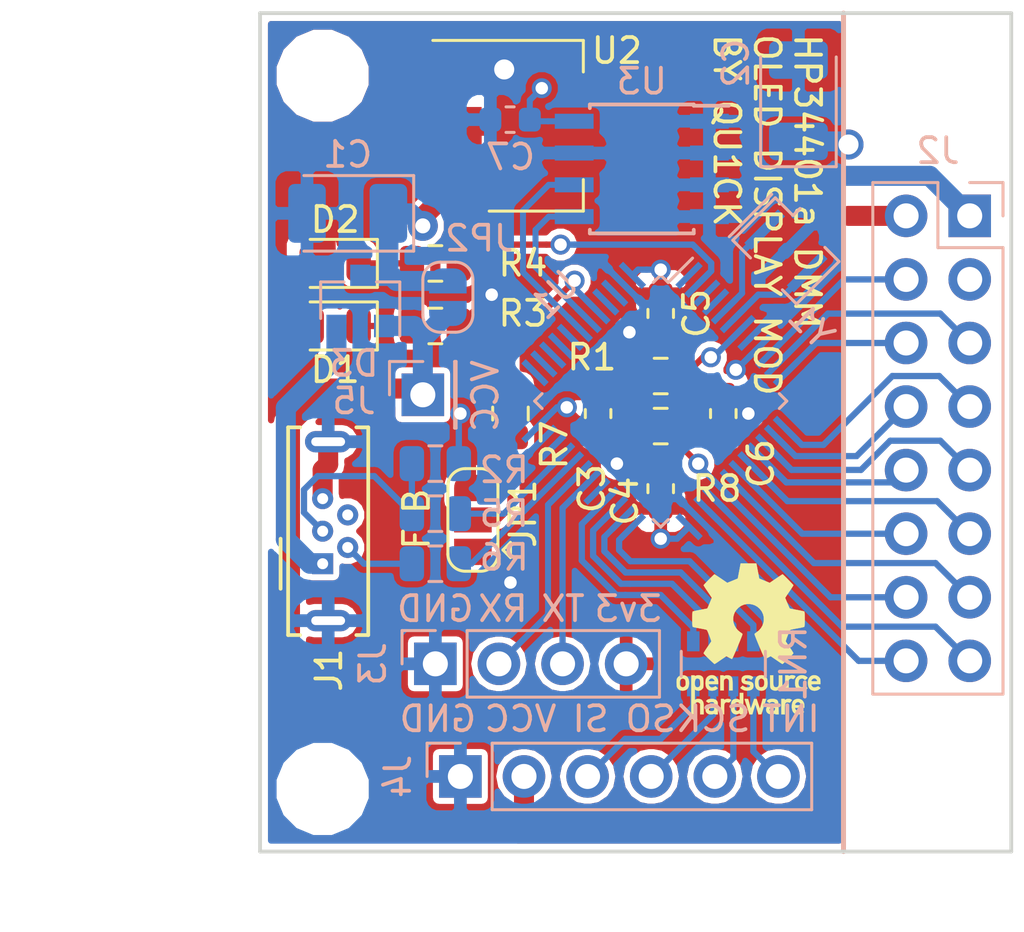
<source format=kicad_pcb>
(kicad_pcb (version 20171130) (host pcbnew "(5.0.0-rc3-dev-1-g99413bd05)")
  (title_block (title "HP34401a DMM OLED mod") (rev A) (company OpenScopeProject))
  (layers (0 F.Cu signal) (31 B.Cu signal) (34 B.Paste user hide) (35 F.Paste user hide) (36 B.SilkS user) (37 F.SilkS user) (38 B.Mask user) (39 F.Mask user) (44 Edge.Cuts user))
  (net 0 "")
  (net 1 GND)
  (net 2 +3V3)
  (net 3 "Net-(D1-Pad1)")
  (net 4 "Net-(D2-Pad1)")
  (net 5 VBUS)
  (net 6 +12V)
  (net 7 "Net-(J1-Pad2)")
  (net 8 "Net-(J1-Pad3)")
  (net 9 /DB0)
  (net 10 /DB1)
  (net 11 /DB2)
  (net 12 /DB3)
  (net 13 /DB4)
  (net 14 /DB5)
  (net 15 /DB6)
  (net 16 /DB7)
  (net 17 /RD)
  (net 18 /WR)
  (net 19 /Reset)
  (net 20 /CS)
  (net 21 /USART_RX)
  (net 22 /USART_TX)
  (net 23 /SPI_INT)
  (net 24 /SPI_SCK)
  (net 25 /SPI_MISO)
  (net 26 /SPI_MOSI)
  (net 27 "Net-(JP1-Pad2)")
  (net 28 "Net-(R1-Pad2)")
  (net 29 /PC13)
  (net 30 /USBDP)
  (net 31 /USBDN)
  (net 32 /BOOT0)
  (net 33 /BOOT1)
  (net 34 "Net-(U1-Pad5)")
  (net 35 "Net-(U1-Pad6)")
  (net 36 /Vin)
  (net 37 "Net-(RN1-Pad7)")
  (net 38 "Net-(RN1-Pad8)")
  (net 39 "Net-(RN1-Pad6)")
  (net 40 "Net-(RN1-Pad5)")
  (net 41 /SCL)
  (net 42 /SDA)
  (module Connector_PinHeader_2.54mm:PinHeader_1x04_P2.54mm_Vertical (layer B.Cu) (at 57 66 270)
    (fp_text reference J3 (at 0 2.5 270) (layer B.SilkS) (effects (justify mirror)))
    (fp_text value UART)
    (pad 4 thru_hole oval (at 0 -7.62 270) (size 1.7 1.7) (drill 1) (layers *.Cu *.Mask) (net 2 +3V3))
    (pad 3 thru_hole oval (at 0 -5.08 270) (size 1.7 1.7) (drill 1) (layers *.Cu *.Mask) (net 22 /USART_TX))
    (pad 2 thru_hole oval (at 0 -2.54 270) (size 1.7 1.7) (drill 1) (layers *.Cu *.Mask) (net 21 /USART_RX))
    (pad 1 thru_hole rect (at 0 0 270) (size 1.7 1.7) (drill 1) (layers *.Cu *.Mask) (net 1 GND))
  )
  (module Connector_PinHeader_2.54mm:PinHeader_1x06_P2.54mm_Vertical (layer B.Cu) (at 58 70.5 270)
    (fp_text reference J4 (at 0 2.5 270) (layer B.SilkS) (effects (justify mirror)))
    (fp_text value FP)
    (pad 6 thru_hole oval (at 0 -12.7 270) (size 1.7 1.7) (drill 1) (layers *.Cu *.Mask) (net 23 /SPI_INT))
    (pad 5 thru_hole oval (at 0 -10.16 270) (size 1.7 1.7) (drill 1) (layers *.Cu *.Mask) (net 24 /SPI_SCK))
    (pad 4 thru_hole oval (at 0 -7.62 270) (size 1.7 1.7) (drill 1) (layers *.Cu *.Mask) (net 25 /SPI_MISO))
    (pad 3 thru_hole oval (at 0 -5.08 270) (size 1.7 1.7) (drill 1) (layers *.Cu *.Mask) (net 26 /SPI_MOSI))
    (pad 2 thru_hole oval (at 0 -2.54 270) (size 1.7 1.7) (drill 1) (layers *.Cu *.Mask) (net 6 +12V))
    (pad 1 thru_hole rect (at 0 0 270) (size 1.7 1.7) (drill 1) (layers *.Cu *.Mask) (net 1 GND))
  )
  (module Connector_PinHeader_2.54mm:PinHeader_2x08_P2.54mm_Vertical (layer B.Cu) (at 78.34 48.1 180)
    (fp_text reference J2 (at 1.27 2.6 180) (layer B.SilkS) (effects (justify mirror)))
    (fp_text value DISPLAY)
    (pad 16 thru_hole oval (at 2.54 -17.78 180) (size 1.7 1.7) (drill 1) (layers *.Cu *.Mask) (net 20 /CS))
    (pad 15 thru_hole oval (at 0 -17.78 180) (size 1.7 1.7) (drill 1) (layers *.Cu *.Mask) (net 19 /Reset))
    (pad 14 thru_hole oval (at 2.54 -15.24 180) (size 1.7 1.7) (drill 1) (layers *.Cu *.Mask) (net 33 /BOOT1))
    (pad 13 thru_hole oval (at 0 -15.24 180) (size 1.7 1.7) (drill 1) (layers *.Cu *.Mask) (net 18 /WR))
    (pad 12 thru_hole oval (at 2.54 -12.7 180) (size 1.7 1.7) (drill 1) (layers *.Cu *.Mask) (net 17 /RD))
    (pad 11 thru_hole oval (at 0 -12.7 180) (size 1.7 1.7) (drill 1) (layers *.Cu *.Mask) (net 16 /DB7))
    (pad 10 thru_hole oval (at 2.54 -10.16 180) (size 1.7 1.7) (drill 1) (layers *.Cu *.Mask) (net 15 /DB6))
    (pad 9 thru_hole oval (at 0 -10.16 180) (size 1.7 1.7) (drill 1) (layers *.Cu *.Mask) (net 14 /DB5))
    (pad 8 thru_hole oval (at 2.54 -7.62 180) (size 1.7 1.7) (drill 1) (layers *.Cu *.Mask) (net 13 /DB4))
    (pad 7 thru_hole oval (at 0 -7.62 180) (size 1.7 1.7) (drill 1) (layers *.Cu *.Mask) (net 12 /DB3))
    (pad 6 thru_hole oval (at 2.54 -5.08 180) (size 1.7 1.7) (drill 1) (layers *.Cu *.Mask) (net 11 /DB2))
    (pad 5 thru_hole oval (at 0 -5.08 180) (size 1.7 1.7) (drill 1) (layers *.Cu *.Mask) (net 10 /DB1))
    (pad 4 thru_hole oval (at 2.54 -2.54 180) (size 1.7 1.7) (drill 1) (layers *.Cu *.Mask) (net 9 /DB0))
    (pad 3 thru_hole oval (at 0 -2.54 180) (size 1.7 1.7) (drill 1) (layers *.Cu *.Mask))
    (pad 2 thru_hole oval (at 2.54 0 180) (size 1.7 1.7) (drill 1) (layers *.Cu *.Mask) (net 2 +3V3))
    (pad 1 thru_hole rect (at 0 0 180) (size 1.7 1.7) (drill 1) (layers *.Cu *.Mask) (net 1 GND))
  )
  (module Connector_USB:USB_Micro-B_Wuerth_614105150721_Vertical (layer F.Cu) (at 52.5 62 90)
    (fp_text reference J1 (at -4.25 0.25 90) (layer F.SilkS))
    (fp_text value USB_B_Micro)
    (pad 6 thru_hole oval (at 4.875 0.22 90) (size 0.85 1.85) (drill oval 0.35 1.35) (layers *.Cu *.Mask) (net 1 GND))
    (pad 6 thru_hole oval (at -2.275 0.22 90) (size 0.85 1.85) (drill oval 0.35 1.35) (layers *.Cu *.Mask) (net 1 GND))
    (pad 5 thru_hole circle (at 2.6 0 90) (size 0.84 0.84) (drill 0.44) (layers *.Cu *.Mask) (net 1 GND))
    (pad 4 thru_hole circle (at 1.95 1 90) (size 0.84 0.84) (drill 0.44) (layers *.Cu *.Mask))
    (pad 3 thru_hole circle (at 1.3 0 90) (size 0.84 0.84) (drill 0.44) (layers *.Cu *.Mask) (net 8 "Net-(J1-Pad3)"))
    (pad 2 thru_hole circle (at 0.65 1 90) (size 0.84 0.84) (drill 0.44) (layers *.Cu *.Mask) (net 7 "Net-(J1-Pad2)"))
    (pad 1 thru_hole rect (at 0 0 90) (size 0.84 0.84) (drill 0.44) (layers *.Cu *.Mask) (net 5 VBUS))
  )
  (module Capacitor_SMD:C_0603_1608Metric (layer F.Cu) (at 63.5 56 270)
    (fp_text reference C3 (at 3 0.25 270) (layer F.SilkS))
    (fp_text value 0.1uF)
    (pad 1 smd roundrect (at -0.7875 0 270) (size 0.875 0.95) (layers F.Cu F.Paste F.Mask) (net 2 +3V3))
    (pad 2 smd roundrect (at 0.7875 0 270) (size 0.875 0.95) (layers F.Cu F.Paste F.Mask) (net 1 GND))
  )
  (module Capacitor_SMD:C_0603_1608Metric (layer F.Cu) (at 66 59 90)
    (fp_text reference C4 (at -0.5 -1.43 90) (layer F.SilkS))
    (fp_text value 0.1uF)
    (pad 2 smd roundrect (at 0.7875 0 90) (size 0.875 0.95) (layers F.Cu F.Paste F.Mask) (net 1 GND))
    (pad 1 smd roundrect (at -0.7875 0 90) (size 0.875 0.95) (layers F.Cu F.Paste F.Mask) (net 2 +3V3))
  )
  (module Capacitor_SMD:C_0603_1608Metric (layer F.Cu) (at 66 52 270)
    (fp_text reference C5 (at 0 -1.43 270) (layer F.SilkS))
    (fp_text value 0.1uF)
    (pad 1 smd roundrect (at -0.7875 0 270) (size 0.875 0.95) (layers F.Cu F.Paste F.Mask) (net 2 +3V3))
    (pad 2 smd roundrect (at 0.7875 0 270) (size 0.875 0.95) (layers F.Cu F.Paste F.Mask) (net 1 GND))
  )
  (module Capacitor_SMD:C_0603_1608Metric (layer F.Cu) (at 68.5 56 270)
    (fp_text reference C6 (at 2 -1.5 270) (layer F.SilkS))
    (fp_text value 0.1uF)
    (pad 2 smd roundrect (at 0.7875 0 270) (size 0.875 0.95) (layers F.Cu F.Paste F.Mask) (net 1 GND))
    (pad 1 smd roundrect (at -0.7875 0 270) (size 0.875 0.95) (layers F.Cu F.Paste F.Mask) (net 2 +3V3))
  )
  (module LED_SMD:LED_0805_2012Metric (layer F.Cu) (at 53 52.5 180)
    (fp_text reference D1 (at 0 -1.75 180) (layer F.SilkS))
    (fp_text value PWR)
    (pad 2 smd roundrect (at 0.9375 0 180) (size 0.975 1.4) (layers F.Cu F.Paste F.Mask) (net 2 +3V3))
    (pad 1 smd roundrect (at -0.9375 0 180) (size 0.975 1.4) (layers F.Cu F.Paste F.Mask) (net 3 "Net-(D1-Pad1)"))
  )
  (module LED_SMD:LED_0805_2012Metric (layer F.Cu) (at 53 50 180)
    (fp_text reference D2 (at 0 1.75 180) (layer F.SilkS))
    (fp_text value STATUS)
    (pad 1 smd roundrect (at -0.9375 0 180) (size 0.975 1.4) (layers F.Cu F.Paste F.Mask) (net 4 "Net-(D2-Pad1)"))
    (pad 2 smd roundrect (at 0.9375 0 180) (size 0.975 1.4) (layers F.Cu F.Paste F.Mask) (net 2 +3V3))
  )
  (module Package_TO_SOT_SMD:SOT-23 (layer B.Cu) (at 54 51.5 90)
    (fp_text reference D3 (at -2.5 -0.25 180) (layer B.SilkS) (effects (justify mirror)))
    (fp_text value BAT54C)
    (pad 1 smd rect (at -1 0.95 90) (size 0.9 0.8) (layers B.Cu B.Paste B.Mask) (net 6 +12V))
    (pad 2 smd rect (at -1 -0.95 90) (size 0.9 0.8) (layers B.Cu B.Paste B.Mask) (net 5 VBUS))
    (pad 3 smd rect (at 1 0 90) (size 0.9 0.8) (layers B.Cu B.Paste B.Mask) (net 36 /Vin))
  )
  (module Jumper:SolderJumper-3_P1.3mm_Open_RoundedPad1.0x1.5mm (layer F.Cu) (at 58.5 60.25 90)
    (fp_text reference JP1 (at 0.25 2 90) (layer F.SilkS))
    (fp_text value BOOT)
    (pad 1 smd custom (at -1.3 0 90) (size 1 0.5) (layers F.Cu F.Mask) (net 1 GND) (options (clearance outline) (anchor rect)) (primitives (gr_circle (center 0 0.25) (end 0.5 0.25) (width 0)) (gr_circle (center 0 -0.25) (end 0.5 -0.25) (width 0)) (gr_poly (pts (xy 0.55 -0.75) (xy 0 -0.75) (xy 0 0.75) (xy 0.55 0.75)) (width 0))))
    (pad 3 smd custom (at 1.3 0 90) (size 1 0.5) (layers F.Cu F.Mask) (net 2 +3V3) (options (clearance outline) (anchor rect)) (primitives (gr_circle (center 0 0.25) (end 0.5 0.25) (width 0)) (gr_circle (center 0 -0.25) (end 0.5 -0.25) (width 0)) (gr_poly (pts (xy -0.55 -0.75) (xy 0 -0.75) (xy 0 0.75) (xy -0.55 0.75)) (width 0))))
    (pad 2 smd rect (at 0 0 90) (size 1 1.5) (layers F.Cu F.Mask) (net 27 "Net-(JP1-Pad2)"))
  )
  (module Jumper:SolderJumper-2_P1.3mm_Open_RoundedPad1.0x1.5mm (layer B.Cu) (at 57.5 51.35 90)
    (fp_text reference JP2 (at 2.35 1.25 180) (layer B.SilkS) (effects (justify mirror)))
    (fp_text value "NO DIODE")
    (pad 1 smd custom (at -0.65 0 90) (size 1 0.5) (layers B.Cu B.Mask) (net 6 +12V) (options (clearance outline) (anchor rect)) (primitives (gr_circle (center 0 -0.25) (end 0.5 -0.25) (width 0)) (gr_circle (center 0 0.25) (end 0.5 0.25) (width 0)) (gr_poly (pts (xy 0 0.75) (xy 0.5 0.75) (xy 0.5 -0.75) (xy 0 -0.75)) (width 0))))
    (pad 2 smd custom (at 0.65 0 90) (size 1 0.5) (layers B.Cu B.Mask) (net 36 /Vin) (options (clearance outline) (anchor rect)) (primitives (gr_circle (center 0 -0.25) (end 0.5 -0.25) (width 0)) (gr_circle (center 0 0.25) (end 0.5 0.25) (width 0)) (gr_poly (pts (xy 0 0.75) (xy -0.5 0.75) (xy -0.5 -0.75) (xy 0 -0.75)) (width 0))))
  )
  (module Resistor_SMD:R_0805_2012Metric (layer F.Cu) (at 66 54.5)
    (fp_text reference R1 (at -2.75 -0.75) (layer F.SilkS))
    (fp_text value 100k)
    (pad 2 smd roundrect (at 0.9375 0) (size 0.975 1.4) (layers F.Cu F.Paste F.Mask) (net 28 "Net-(R1-Pad2)"))
    (pad 1 smd roundrect (at -0.9375 0) (size 0.975 1.4) (layers F.Cu F.Paste F.Mask) (net 2 +3V3))
  )
  (module Resistor_SMD:R_0805_2012Metric (layer B.Cu) (at 57 58)
    (fp_text reference R2 (at 2.75 0.25) (layer B.SilkS) (effects (justify mirror)))
    (fp_text value 1K5)
    (pad 1 smd roundrect (at -0.9375 0) (size 0.975 1.4) (layers B.Cu B.Paste B.Mask) (net 8 "Net-(J1-Pad3)"))
    (pad 2 smd roundrect (at 0.9375 0) (size 0.975 1.4) (layers B.Cu B.Paste B.Mask) (net 2 +3V3))
  )
  (module Resistor_SMD:R_0805_2012Metric (layer F.Cu) (at 57 52.5)
    (fp_text reference R3 (at 3.5 -0.5) (layer F.SilkS))
    (fp_text value 1K)
    (pad 1 smd roundrect (at -0.9375 0) (size 0.975 1.4) (layers F.Cu F.Paste F.Mask) (net 3 "Net-(D1-Pad1)"))
    (pad 2 smd roundrect (at 0.9375 0) (size 0.975 1.4) (layers F.Cu F.Paste F.Mask) (net 1 GND))
  )
  (module Resistor_SMD:R_0805_2012Metric (layer F.Cu) (at 57 50)
    (fp_text reference R4 (at 3.5 0) (layer F.SilkS))
    (fp_text value 1K)
    (pad 1 smd roundrect (at -0.9375 0) (size 0.975 1.4) (layers F.Cu F.Paste F.Mask) (net 4 "Net-(D2-Pad1)"))
    (pad 2 smd roundrect (at 0.9375 0) (size 0.975 1.4) (layers F.Cu F.Paste F.Mask) (net 29 /PC13))
  )
  (module Resistor_SMD:R_0805_2012Metric (layer B.Cu) (at 57 60 180)
    (fp_text reference R5 (at -2.75 0 180) (layer B.SilkS) (effects (justify mirror)))
    (fp_text value 22R)
    (pad 2 smd roundrect (at 0.9375 0 180) (size 0.975 1.4) (layers B.Cu B.Paste B.Mask) (net 8 "Net-(J1-Pad3)"))
    (pad 1 smd roundrect (at -0.9375 0 180) (size 0.975 1.4) (layers B.Cu B.Paste B.Mask) (net 30 /USBDP))
  )
  (module Resistor_SMD:R_0805_2012Metric (layer B.Cu) (at 57 62 180)
    (fp_text reference R6 (at -2.75 0.25 180) (layer B.SilkS) (effects (justify mirror)))
    (fp_text value 22R)
    (pad 2 smd roundrect (at 0.9375 0 180) (size 0.975 1.4) (layers B.Cu B.Paste B.Mask) (net 7 "Net-(J1-Pad2)"))
    (pad 1 smd roundrect (at -0.9375 0 180) (size 0.975 1.4) (layers B.Cu B.Paste B.Mask) (net 31 /USBDN))
  )
  (module Resistor_SMD:R_0805_2012Metric (layer F.Cu) (at 60 56 90)
    (fp_text reference R7 (at -1.25 1.75 90) (layer F.SilkS))
    (fp_text value 100k)
    (pad 1 smd roundrect (at -0.9375 0 90) (size 0.975 1.4) (layers F.Cu F.Paste F.Mask) (net 27 "Net-(JP1-Pad2)"))
    (pad 2 smd roundrect (at 0.9375 0 90) (size 0.975 1.4) (layers F.Cu F.Paste F.Mask) (net 32 /BOOT0))
  )
  (module Resistor_SMD:R_0805_2012Metric (layer F.Cu) (at 66 56.5)
    (fp_text reference R8 (at 2.25 2.5) (layer F.SilkS))
    (fp_text value 100k)
    (pad 2 smd roundrect (at 0.9375 0) (size 0.975 1.4) (layers F.Cu F.Paste F.Mask) (net 33 /BOOT1))
    (pad 1 smd roundrect (at -0.9375 0) (size 0.975 1.4) (layers F.Cu F.Paste F.Mask) (net 1 GND))
  )
  (module Package_QFP:LQFP-48_7x7mm_P0.5mm (layer B.Cu) (at 66 55.5 225)
    (fp_text reference U1 (at 0 6 225) (layer B.SilkS) (effects (justify mirror)))
    (fp_text value STM32F103C8Tx)
    (pad 1 smd rect (at -4.35 2.75 225) (size 1.3 0.25) (layers B.Cu B.Paste B.Mask))
    (pad 2 smd rect (at -4.35 2.25 225) (size 1.3 0.25) (layers B.Cu B.Paste B.Mask) (net 29 /PC13))
    (pad 3 smd rect (at -4.35 1.749999 225) (size 1.3 0.25) (layers B.Cu B.Paste B.Mask))
    (pad 4 smd rect (at -4.35 1.25 225) (size 1.3 0.25) (layers B.Cu B.Paste B.Mask))
    (pad 5 smd rect (at -4.35 0.750001 225) (size 1.3 0.25) (layers B.Cu B.Paste B.Mask) (net 34 "Net-(U1-Pad5)"))
    (pad 6 smd rect (at -4.35 0.25 225) (size 1.3 0.25) (layers B.Cu B.Paste B.Mask) (net 35 "Net-(U1-Pad6)"))
    (pad 7 smd rect (at -4.35 -0.25 225) (size 1.3 0.25) (layers B.Cu B.Paste B.Mask) (net 28 "Net-(R1-Pad2)"))
    (pad 8 smd rect (at -4.35 -0.750001 225) (size 1.3 0.25) (layers B.Cu B.Paste B.Mask) (net 1 GND))
    (pad 9 smd rect (at -4.35 -1.25 225) (size 1.3 0.25) (layers B.Cu B.Paste B.Mask) (net 2 +3V3))
    (pad 10 smd rect (at -4.35 -1.749999 225) (size 1.3 0.25) (layers B.Cu B.Paste B.Mask) (net 9 /DB0))
    (pad 11 smd rect (at -4.35 -2.25 225) (size 1.3 0.25) (layers B.Cu B.Paste B.Mask) (net 10 /DB1))
    (pad 12 smd rect (at -4.35 -2.75 225) (size 1.3 0.25) (layers B.Cu B.Paste B.Mask) (net 11 /DB2))
    (pad 13 smd rect (at -2.75 -4.35 135) (size 1.3 0.25) (layers B.Cu B.Paste B.Mask) (net 12 /DB3))
    (pad 14 smd rect (at -2.25 -4.35 135) (size 1.3 0.25) (layers B.Cu B.Paste B.Mask) (net 13 /DB4))
    (pad 15 smd rect (at -1.749999 -4.35 135) (size 1.3 0.25) (layers B.Cu B.Paste B.Mask) (net 14 /DB5))
    (pad 16 smd rect (at -1.25 -4.35 135) (size 1.3 0.25) (layers B.Cu B.Paste B.Mask) (net 15 /DB6))
    (pad 17 smd rect (at -0.750001 -4.35 135) (size 1.3 0.25) (layers B.Cu B.Paste B.Mask) (net 16 /DB7))
    (pad 18 smd rect (at -0.25 -4.35 135) (size 1.3 0.25) (layers B.Cu B.Paste B.Mask) (net 17 /RD))
    (pad 19 smd rect (at 0.25 -4.35 135) (size 1.3 0.25) (layers B.Cu B.Paste B.Mask) (net 18 /WR))
    (pad 20 smd rect (at 0.750001 -4.35 135) (size 1.3 0.25) (layers B.Cu B.Paste B.Mask) (net 33 /BOOT1))
    (pad 21 smd rect (at 1.25 -4.35 135) (size 1.3 0.25) (layers B.Cu B.Paste B.Mask) (net 19 /Reset))
    (pad 22 smd rect (at 1.749999 -4.35 135) (size 1.3 0.25) (layers B.Cu B.Paste B.Mask) (net 20 /CS))
    (pad 23 smd rect (at 2.25 -4.35 135) (size 1.3 0.25) (layers B.Cu B.Paste B.Mask) (net 1 GND))
    (pad 24 smd rect (at 2.75 -4.35 135) (size 1.3 0.25) (layers B.Cu B.Paste B.Mask) (net 2 +3V3))
    (pad 25 smd rect (at 4.35 -2.75 225) (size 1.3 0.25) (layers B.Cu B.Paste B.Mask) (net 38 "Net-(RN1-Pad8)"))
    (pad 26 smd rect (at 4.35 -2.25 225) (size 1.3 0.25) (layers B.Cu B.Paste B.Mask) (net 37 "Net-(RN1-Pad7)"))
    (pad 27 smd rect (at 4.35 -1.749999 225) (size 1.3 0.25) (layers B.Cu B.Paste B.Mask) (net 39 "Net-(RN1-Pad6)"))
    (pad 28 smd rect (at 4.35 -1.25 225) (size 1.3 0.25) (layers B.Cu B.Paste B.Mask) (net 40 "Net-(RN1-Pad5)"))
    (pad 29 smd rect (at 4.35 -0.750001 225) (size 1.3 0.25) (layers B.Cu B.Paste B.Mask))
    (pad 30 smd rect (at 4.35 -0.25 225) (size 1.3 0.25) (layers B.Cu B.Paste B.Mask) (net 22 /USART_TX))
    (pad 31 smd rect (at 4.35 0.25 225) (size 1.3 0.25) (layers B.Cu B.Paste B.Mask) (net 21 /USART_RX))
    (pad 32 smd rect (at 4.35 0.750001 225) (size 1.3 0.25) (layers B.Cu B.Paste B.Mask) (net 31 /USBDN))
    (pad 33 smd rect (at 4.35 1.25 225) (size 1.3 0.25) (layers B.Cu B.Paste B.Mask) (net 30 /USBDP))
    (pad 34 smd rect (at 4.35 1.749999 225) (size 1.3 0.25) (layers B.Cu B.Paste B.Mask))
    (pad 35 smd rect (at 4.35 2.25 225) (size 1.3 0.25) (layers B.Cu B.Paste B.Mask) (net 1 GND))
    (pad 36 smd rect (at 4.35 2.75 225) (size 1.3 0.25) (layers B.Cu B.Paste B.Mask) (net 2 +3V3))
    (pad 37 smd rect (at 2.75 4.35 135) (size 1.3 0.25) (layers B.Cu B.Paste B.Mask))
    (pad 38 smd rect (at 2.25 4.35 135) (size 1.3 0.25) (layers B.Cu B.Paste B.Mask))
    (pad 39 smd rect (at 1.749999 4.35 135) (size 1.3 0.25) (layers B.Cu B.Paste B.Mask))
    (pad 40 smd rect (at 1.25 4.35 135) (size 1.3 0.25) (layers B.Cu B.Paste B.Mask))
    (pad 41 smd rect (at 0.750001 4.35 135) (size 1.3 0.25) (layers B.Cu B.Paste B.Mask))
    (pad 42 smd rect (at 0.25 4.35 135) (size 1.3 0.25) (layers B.Cu B.Paste B.Mask) (net 41 /SCL))
    (pad 43 smd rect (at -0.25 4.35 135) (size 1.3 0.25) (layers B.Cu B.Paste B.Mask) (net 42 /SDA))
    (pad 44 smd rect (at -0.750001 4.35 135) (size 1.3 0.25) (layers B.Cu B.Paste B.Mask) (net 32 /BOOT0))
    (pad 45 smd rect (at -1.25 4.35 135) (size 1.3 0.25) (layers B.Cu B.Paste B.Mask))
    (pad 46 smd rect (at -1.749999 4.35 135) (size 1.3 0.25) (layers B.Cu B.Paste B.Mask))
    (pad 47 smd rect (at -2.25 4.35 135) (size 1.3 0.25) (layers B.Cu B.Paste B.Mask) (net 1 GND))
    (pad 48 smd rect (at -2.75 4.35 135) (size 1.3 0.25) (layers B.Cu B.Paste B.Mask) (net 2 +3V3))
  )
  (module Package_TO_SOT_SMD:SOT-223-3_TabPin2 (layer F.Cu) (at 61 44.5)
    (fp_text reference U2 (at 3.25 -3) (layer F.SilkS))
    (fp_text value LM1117-3.3)
    (pad 2 smd rect (at 3.15 0) (size 2 3.8) (layers F.Cu F.Paste F.Mask) (net 2 +3V3))
    (pad 2 smd rect (at -3.15 0) (size 2 1.5) (layers F.Cu F.Paste F.Mask) (net 2 +3V3))
    (pad 3 smd rect (at -3.15 2.3) (size 2 1.5) (layers F.Cu F.Paste F.Mask) (net 36 /Vin))
    (pad 1 smd rect (at -3.15 -2.3) (size 2 1.5) (layers F.Cu F.Paste F.Mask) (net 1 GND))
  )
  (module Crystal:Resonator_SMD_muRata_CSTxExxV-3Pin_3.0x1.1mm (layer B.Cu) (at 71 49.5 315)
    (fp_text reference Y1 (at 2.828427 1.414214 315) (layer B.SilkS) (effects (justify mirror)))
    (fp_text value 8M)
    (pad 1 smd rect (at -1.2 0 315) (size 0.4 1.9) (layers B.Cu B.Paste B.Mask) (net 34 "Net-(U1-Pad5)"))
    (pad 2 smd rect (at 0 0 315) (size 0.4 1.9) (layers B.Cu B.Paste B.Mask) (net 1 GND))
    (pad 3 smd rect (at 1.2 0 315) (size 0.4 1.9) (layers B.Cu B.Paste B.Mask) (net 35 "Net-(U1-Pad6)"))
  )
  (module Connector_PinHeader_2.54mm:PinHeader_1x01_P2.54mm_Vertical (layer B.Cu) (at 56.5 55.25 270)
    (fp_text reference J5 (at 0.25 2.75) (layer B.SilkS) (effects (justify mirror)))
    (fp_text value DISPLAYPWR)
    (pad 1 thru_hole rect (at 0 0 270) (size 1.7 1.7) (drill 1) (layers *.Cu *.Mask) (net 6 +12V))
  )
  (module MountingHole:MountingHole_3.2mm_M3_ISO14580 (layer F.Cu) (at 52.5 42.5)
    (fp_text reference MH1 hide)
    (fp_text value MountingHole)
    (pad 1 np_thru_hole circle (at 0 0) (size 3.2 3.2) (drill 3.2) (layers *.Cu *.Mask))
  )
  (module MountingHole:MountingHole_3.2mm_M3_ISO14580 (layer F.Cu) (at 77.5 42.5)
    (fp_text reference MH2 hide)
    (fp_text value MountingHole)
    (pad 1 np_thru_hole circle (at 0 0) (size 3.2 3.2) (drill 3.2) (layers *.Cu *.Mask))
  )
  (module MountingHole:MountingHole_3.2mm_M3_ISO14580 (layer F.Cu) (at 77.5 71)
    (fp_text reference MH3 hide)
    (fp_text value MountingHole)
    (pad 1 np_thru_hole circle (at 0 0) (size 3.2 3.2) (drill 3.2) (layers *.Cu *.Mask))
  )
  (module MountingHole:MountingHole_3.2mm_M3_ISO14580 (layer F.Cu) (at 52.5 71)
    (fp_text reference MH4 hide)
    (fp_text value MountingHole)
    (pad 1 np_thru_hole circle (at 0 0) (size 3.2 3.2) (drill 3.2) (layers *.Cu *.Mask))
  )
  (module Capacitor_Tantalum_SMD:CP_EIA-3528-21_Kemet-B_Pad1.50x2.35mm_HandSolder (layer B.Cu) (at 53.5 48 180)
    (fp_text reference C1 (at 0 2.35 180) (layer B.SilkS) (effects (justify mirror)))
    (fp_text value 47uF)
    (pad 2 smd roundrect (at 1.625 0 180) (size 1.5 2.35) (layers B.Cu B.Paste B.Mask) (roundrect_rratio 0.166667) (net 1 GND))
    (pad 1 smd roundrect (at -1.625 0 180) (size 1.5 2.35) (layers B.Cu B.Paste B.Mask) (roundrect_rratio 0.166667) (net 36 /Vin))
  )
  (module Capacitor_Tantalum_SMD:CP_EIA-3528-21_Kemet-B_Pad1.50x2.35mm_HandSolder (layer B.Cu) (at 71.5 43.5 90)
    (fp_text reference C2 (at 1.5 -2.5 90) (layer B.SilkS) (effects (justify mirror)))
    (fp_text value 47uF)
    (pad 1 smd roundrect (at -1.625 0 90) (size 1.5 2.35) (layers B.Cu B.Paste B.Mask) (roundrect_rratio 0.166667) (net 2 +3V3))
    (pad 2 smd roundrect (at 1.625 0 90) (size 1.5 2.35) (layers B.Cu B.Paste B.Mask) (roundrect_rratio 0.166667) (net 1 GND))
  )
  (module Resistor_SMD:R_Array_Convex_4x0603 (layer B.Cu) (at 68.5 66 90)
    (fp_text reference RN1 (at 0 2.8 90) (layer B.SilkS) (effects (justify mirror)))
    (fp_text value 10K)
    (pad 1 smd rect (at -0.9 1.2 90) (size 0.8 0.5) (layers B.Cu B.Paste B.Mask) (net 23 /SPI_INT))
    (pad 3 smd rect (at -0.9 -0.4 90) (size 0.8 0.4) (layers B.Cu B.Paste B.Mask) (net 25 /SPI_MISO))
    (pad 2 smd rect (at -0.9 0.4 90) (size 0.8 0.4) (layers B.Cu B.Paste B.Mask) (net 24 /SPI_SCK))
    (pad 4 smd rect (at -0.9 -1.2 90) (size 0.8 0.5) (layers B.Cu B.Paste B.Mask) (net 26 /SPI_MOSI))
    (pad 7 smd rect (at 0.9 0.4 90) (size 0.8 0.4) (layers B.Cu B.Paste B.Mask) (net 37 "Net-(RN1-Pad7)"))
    (pad 8 smd rect (at 0.9 1.2 90) (size 0.8 0.5) (layers B.Cu B.Paste B.Mask) (net 38 "Net-(RN1-Pad8)"))
    (pad 6 smd rect (at 0.9 -0.4 90) (size 0.8 0.4) (layers B.Cu B.Paste B.Mask) (net 39 "Net-(RN1-Pad6)"))
    (pad 5 smd rect (at 0.9 -1.2 90) (size 0.8 0.5) (layers B.Cu B.Paste B.Mask) (net 40 "Net-(RN1-Pad5)"))
  )
  (module Capacitor_SMD:C_0603_1608Metric (layer B.Cu) (at 59.984999 44.255001 180)
    (fp_text reference C7 (at -0.015001 -1.494999 180) (layer B.SilkS) (effects (justify mirror)))
    (fp_text value 0.1uF)
    (pad 1 smd roundrect (at -0.7875 0 180) (size 0.875 0.95) (layers B.Cu B.Paste B.Mask) (net 2 +3V3))
    (pad 2 smd roundrect (at 0.7875 0 180) (size 0.875 0.95) (layers B.Cu B.Paste B.Mask) (net 1 GND))
  )
  (module Package_SO:SOIC-8_3.9x4.9mm_P1.27mm (layer B.Cu) (at 65.244999 46.225001 180)
    (fp_text reference U3 (at 0 3.5 180) (layer B.SilkS) (effects (justify mirror)))
    (fp_text value AT24C02)
    (pad 1 smd rect (at -2.7 1.905 180) (size 1.55 0.6) (layers B.Cu B.Paste B.Mask) (net 1 GND))
    (pad 2 smd rect (at -2.7 0.635 180) (size 1.55 0.6) (layers B.Cu B.Paste B.Mask) (net 1 GND))
    (pad 3 smd rect (at -2.7 -0.635 180) (size 1.55 0.6) (layers B.Cu B.Paste B.Mask) (net 1 GND))
    (pad 4 smd rect (at -2.7 -1.905 180) (size 1.55 0.6) (layers B.Cu B.Paste B.Mask) (net 1 GND))
    (pad 5 smd rect (at 2.7 -1.905 180) (size 1.55 0.6) (layers B.Cu B.Paste B.Mask) (net 42 /SDA))
    (pad 6 smd rect (at 2.7 -0.635 180) (size 1.55 0.6) (layers B.Cu B.Paste B.Mask) (net 41 /SCL))
    (pad 7 smd rect (at 2.7 0.635 180) (size 1.55 0.6) (layers B.Cu B.Paste B.Mask) (net 1 GND))
    (pad 8 smd rect (at 2.7 1.905 180) (size 1.55 0.6) (layers B.Cu B.Paste B.Mask) (net 2 +3V3))
  )
  (module Symbol:OSHW-Logo_5.7x6mm_SilkScreen (layer F.Cu) (at 69.5 65)
    (fp_text reference REF** hide)
    (fp_text value OSHW-Logo_5.7x6mm_SilkScreen hide)
  )
  (gr_text B (at 56.25 59.5 90) (layer F.SilkS) (effects (font (size 1 1))))
  (gr_text F (at 56.25 61 90) (layer F.SilkS) (effects (font (size 1 1))))
  (gr_text "HP34401a DMM\nOLED DISPLAY MOD\nBY QU1CK" (at 70.25 40.75 270) (layer F.SilkS) (effects (font (size 1 1)) (justify left)))
  (gr_text VCC (at 59 55.3 90) (layer B.SilkS) (effects (font (size 1 1)) (justify mirror)))
  (gr_text INT (at 71.2 68.2) (layer B.SilkS) (effects (font (size 1 1)) (justify mirror)))
  (gr_text SCK (at 68.1 68.2) (layer B.SilkS) (effects (font (size 1 1)) (justify mirror)))
  (gr_text SO (at 65.6 68.2) (layer B.SilkS) (effects (font (size 1 1)) (justify mirror)))
  (gr_text SI (at 63.2 68.2) (layer B.SilkS) (effects (font (size 1 1)) (justify mirror)))
  (gr_text VCC (at 60.4 68.2) (layer B.SilkS) (effects (font (size 1 1)) (justify mirror)))
  (gr_text GND (at 57.1 68.2) (layer B.SilkS) (effects (font (size 1 1)) (justify mirror)))
  (gr_text 3v3 (at 64.7 63.8) (layer B.SilkS) (effects (font (size 1 1)) (justify mirror)))
  (gr_text TX (at 62.1 63.8) (layer B.SilkS) (effects (font (size 1 1)) (justify mirror)))
  (gr_text RX (at 59.7 63.8) (layer B.SilkS) (effects (font (size 1 1)) (justify mirror)))
  (gr_text GND (at 57 63.8) (layer B.SilkS) (effects (font (size 1 1)) (justify mirror)))
  (gr_line (start 73.3 40) (end 73.3 73.5) (layer B.SilkS) (width 0.2))
  (gr_line (start 50 73.5) (end 50 40) (layer Edge.Cuts) (width 0.15))
  (gr_line (start 80 73.5) (end 50 73.5) (layer Edge.Cuts) (width 0.15))
  (gr_line (start 80 40) (end 80 73.5) (layer Edge.Cuts) (width 0.15))
  (gr_line (start 50 40) (end 80 40) (layer Edge.Cuts) (width 0.15))
  (via (at 64.25 58) (size 0.8) (drill 0.5) (layers F.Cu B.Cu) (net 1))
  (segment (start 63.5 56.7875) (end 63.5 57.25) (width 0.25) (layer F.Cu) (net 1))
  (segment (start 63.5 57.25) (end 64.25 58) (width 0.25) (layer F.Cu) (net 1))
  (segment (start 65.0625 57.1875) (end 64.25 58) (width 0.25) (layer F.Cu) (net 1))
  (segment (start 65.0625 56.5) (end 65.0625 57.1875) (width 0.25) (layer F.Cu) (net 1))
  (segment (start 64.4625 58.2125) (end 64.25 58) (width 0.25) (layer F.Cu) (net 1))
  (segment (start 66 58.2125) (end 64.4625 58.2125) (width 0.25) (layer F.Cu) (net 1))
  (via (at 69.5 56) (size 0.8) (drill 0.5) (layers F.Cu B.Cu) (net 1))
  (segment (start 68.5 56.7875) (end 68.7125 56.7875) (width 0.25) (layer F.Cu) (net 1))
  (segment (start 68.7125 56.7875) (end 69.5 56) (width 0.25) (layer F.Cu) (net 1))
  (via (at 64.75 52.75) (size 0.8) (drill 0.5) (layers F.Cu B.Cu) (net 1))
  (segment (start 66 52.7875) (end 64.7875 52.7875) (width 0.25) (layer F.Cu) (net 1))
  (segment (start 64.7875 52.7875) (end 64.75 52.75) (width 0.25) (layer F.Cu) (net 1))
  (via (at 59.25 51.25) (size 0.8) (drill 0.5) (layers F.Cu B.Cu) (net 1))
  (segment (start 57.9375 52.5) (end 59.1875 51.25) (width 0.25) (layer F.Cu) (net 1))
  (segment (start 59.1875 51.25) (end 59.25 51.25) (width 0.25) (layer F.Cu) (net 1))
  (via (at 60 62.75) (size 0.8) (drill 0.5) (layers F.Cu B.Cu) (net 1))
  (segment (start 59.7 62.75) (end 60 62.75) (width 0.25) (layer F.Cu) (net 1))
  (segment (start 58.5 61.55) (end 59.7 62.75) (width 0.25) (layer F.Cu) (net 1))
  (via (at 59.75 42.25) (size 1.2) (drill 0.8) (layers F.Cu B.Cu) (net 1))
  (segment (start 57.85 42.2) (end 59.7 42.2) (width 0.8) (layer F.Cu) (net 1))
  (segment (start 59.7 42.2) (end 59.75 42.25) (width 0.8) (layer F.Cu) (net 1))
  (segment (start 52.72 57.125) (end 52.72 58.03) (width 0.8) (layer F.Cu) (net 1))
  (segment (start 52.5 58.25) (end 52.5 59.4) (width 0.8) (layer F.Cu) (net 1))
  (segment (start 52.72 58.03) (end 52.5 58.25) (width 0.8) (layer F.Cu) (net 1))
  (segment (start 78.34 48.1) (end 76.74 46.5) (width 0.8) (layer B.Cu) (net 1))
  (segment (start 76.74 46.5) (end 72.5 46.5) (width 0.8) (layer B.Cu) (net 1))
  (segment (start 64.15 44.5) (end 57.85 44.5) (width 0.8) (layer F.Cu) (net 2))
  (segment (start 56.05 44.5) (end 57.85 44.5) (width 0.8) (layer F.Cu) (net 2))
  (segment (start 52.618737 47.931263) (end 56.05 44.5) (width 0.8) (layer F.Cu) (net 2))
  (segment (start 52.618737 49.443763) (end 52.618737 47.931263) (width 0.8) (layer F.Cu) (net 2))
  (segment (start 52.0625 50) (end 52.618737 49.443763) (width 0.8) (layer F.Cu) (net 2))
  (segment (start 52.0625 52.5) (end 52.0625 50) (width 0.8) (layer F.Cu) (net 2))
  (via (at 66 61) (size 0.8) (drill 0.5) (layers F.Cu B.Cu) (net 2))
  (segment (start 66 59.7875) (end 66 61) (width 0.25) (layer F.Cu) (net 2))
  (segment (start 66.651829 61) (end 67.131371 60.520458) (width 0.25) (layer B.Cu) (net 2))
  (segment (start 66 61) (end 66.651829 61) (width 0.25) (layer B.Cu) (net 2))
  (via (at 69 54.25) (size 0.8) (drill 0.5) (layers F.Cu B.Cu) (net 2))
  (segment (start 69.017767 54.25) (end 69.959798 53.307969) (width 0.25) (layer B.Cu) (net 2))
  (segment (start 69 54.25) (end 69.017767 54.25) (width 0.25) (layer B.Cu) (net 2))
  (segment (start 65.098158 50.250013) (end 65.434315 50.250013) (width 0.25) (layer B.Cu) (net 2))
  (via (at 66 50.250013) (size 0.8) (drill 0.5) (layers F.Cu B.Cu) (net 2))
  (segment (start 64.868629 50.479542) (end 65.098158 50.250013) (width 0.25) (layer B.Cu) (net 2))
  (segment (start 66 51.2125) (end 66 50.250013) (width 0.25) (layer F.Cu) (net 2))
  (segment (start 65.434315 50.250013) (end 66 50.250013) (width 0.25) (layer B.Cu) (net 2))
  (via (at 58 56) (size 0.8) (drill 0.5) (layers F.Cu B.Cu) (net 2))
  (segment (start 57.9375 57.5) (end 57.9375 56.0625) (width 0.25) (layer B.Cu) (net 2))
  (segment (start 57.9375 56.0625) (end 58 56) (width 0.25) (layer B.Cu) (net 2))
  (via (at 62.25 55.750006) (size 0.8) (drill 0.5) (layers F.Cu B.Cu) (net 2))
  (segment (start 58 56) (end 62.000006 56) (width 0.25) (layer F.Cu) (net 2))
  (segment (start 62.000006 56) (end 62.25 55.750006) (width 0.25) (layer F.Cu) (net 2))
  (segment (start 61.860907 55.750006) (end 62.25 55.750006) (width 0.25) (layer B.Cu) (net 2))
  (segment (start 60.979542 56.631371) (end 61.860907 55.750006) (width 0.25) (layer B.Cu) (net 2))
  (segment (start 58.5 56.5) (end 58 56) (width 0.25) (layer F.Cu) (net 2))
  (segment (start 58.5 58.95) (end 58.5 56.5) (width 0.25) (layer F.Cu) (net 2))
  (segment (start 64.2125 54.5) (end 63.5 55.2125) (width 0.5) (layer F.Cu) (net 2))
  (segment (start 65.0625 54.5) (end 64.2125 54.5) (width 0.5) (layer F.Cu) (net 2))
  (segment (start 60.837499 44.320001) (end 60.772499 44.255001) (width 0.24) (layer B.Cu) (net 2))
  (segment (start 62.544999 44.320001) (end 61.5 44.320001) (width 0.24) (layer B.Cu) (net 2))
  (segment (start 61.5 44.320001) (end 60.837499 44.320001) (width 0.24) (layer B.Cu) (net 2))
  (via (at 61.25 43) (size 0.8) (drill 0.5) (layers F.Cu B.Cu) (net 2))
  (segment (start 60.772499 44.255001) (end 60.772499 43.477501) (width 0.24) (layer B.Cu) (net 2))
  (segment (start 60.772499 43.477501) (end 61.25 43) (width 0.24) (layer B.Cu) (net 2))
  (via (at 73.5 45.25) (size 1.2) (drill 0.8) (layers F.Cu B.Cu) (net 2))
  (segment (start 71.5 45.125) (end 73.375 45.125) (width 0.8) (layer B.Cu) (net 2))
  (segment (start 73.375 45.125) (end 73.5 45.25) (width 0.8) (layer B.Cu) (net 2))
  (segment (start 73.5 48.1) (end 75.8 48.1) (width 0.8) (layer F.Cu) (net 2))
  (segment (start 56.0625 52.5) (end 53.9375 52.5) (width 0.25) (layer F.Cu) (net 3))
  (segment (start 56.0625 50) (end 53.9375 50) (width 0.25) (layer F.Cu) (net 4))
  (segment (start 52.5 62) (end 52 62) (width 0.8) (layer B.Cu) (net 5))
  (segment (start 53.05 53.75) (end 53.05 52.5) (width 0.8) (layer B.Cu) (net 5))
  (segment (start 51.029988 55.770012) (end 53.05 53.75) (width 0.8) (layer B.Cu) (net 5))
  (segment (start 51.029988 61.029987) (end 51.029988 55.770012) (width 0.8) (layer B.Cu) (net 5))
  (segment (start 52 62) (end 51.029988 61.029987) (width 0.8) (layer B.Cu) (net 5))
  (segment (start 56.5 53) (end 57.5 52) (width 0.8) (layer B.Cu) (net 6))
  (segment (start 56.5 55) (end 56.5 53) (width 0.8) (layer B.Cu) (net 6))
  (segment (start 56.5 52.85) (end 56.5 53) (width 0.8) (layer B.Cu) (net 6))
  (segment (start 56.15 52.5) (end 56.5 52.85) (width 0.8) (layer B.Cu) (net 6))
  (segment (start 54.95 52.5) (end 56.15 52.5) (width 0.8) (layer B.Cu) (net 6))
  (segment (start 52.587998 55) (end 54.85 55) (width 0.8) (layer F.Cu) (net 6))
  (segment (start 51.194999 56.392999) (end 52.587998 55) (width 0.8) (layer F.Cu) (net 6))
  (segment (start 60.54 71.702081) (end 59.742081 72.5) (width 0.8) (layer F.Cu) (net 6))
  (segment (start 60.54 70.5) (end 60.54 71.702081) (width 0.8) (layer F.Cu) (net 6))
  (segment (start 54.85 55) (end 56.5 55) (width 0.8) (layer F.Cu) (net 6))
  (segment (start 59.742081 72.5) (end 56.5 72.5) (width 0.8) (layer F.Cu) (net 6))
  (segment (start 56.5 72.5) (end 55.5 71.5) (width 0.8) (layer F.Cu) (net 6))
  (segment (start 55.5 71.5) (end 55.5 69.75) (width 0.8) (layer F.Cu) (net 6))
  (segment (start 55.5 69.75) (end 51.194999 65.444999) (width 0.8) (layer F.Cu) (net 6))
  (segment (start 51.194999 65.444999) (end 51.194999 56.392999) (width 0.8) (layer F.Cu) (net 6))
  (segment (start 53.65 61.5) (end 53.5 61.35) (width 0.25) (layer B.Cu) (net 7))
  (segment (start 54.15 62) (end 56.0625 62) (width 0.25) (layer B.Cu) (net 7))
  (segment (start 53.5 61.35) (end 54.15 62) (width 0.25) (layer B.Cu) (net 7))
  (segment (start 51.754999 59.042399) (end 52.297398 58.5) (width 0.25) (layer B.Cu) (net 8))
  (segment (start 51.754999 59.954999) (end 51.754999 59.042399) (width 0.25) (layer B.Cu) (net 8))
  (segment (start 52.5 60.7) (end 51.754999 59.954999) (width 0.25) (layer B.Cu) (net 8))
  (segment (start 56.0625 60) (end 56.0625 58) (width 0.25) (layer B.Cu) (net 8))
  (segment (start 54.5625 58.5) (end 56.0625 60) (width 0.25) (layer B.Cu) (net 8))
  (segment (start 54.25 58.5) (end 54.5625 58.5) (width 0.25) (layer B.Cu) (net 8))
  (segment (start 52.297398 58.5) (end 54.25 58.5) (width 0.25) (layer B.Cu) (net 8))
  (segment (start 73.334873 50.64) (end 75.8 50.64) (width 0.25) (layer B.Cu) (net 9))
  (segment (start 70.313351 53.661522) (end 73.334873 50.64) (width 0.25) (layer B.Cu) (net 9))
  (segment (start 77.490001 52.330001) (end 78.34 53.18) (width 0.25) (layer B.Cu) (net 10))
  (segment (start 77.164999 52.004999) (end 77.490001 52.330001) (width 0.25) (layer B.Cu) (net 10))
  (segment (start 72.676982 52.004999) (end 77.164999 52.004999) (width 0.25) (layer B.Cu) (net 10))
  (segment (start 70.666905 54.015076) (end 72.676982 52.004999) (width 0.25) (layer B.Cu) (net 10))
  (segment (start 72.209087 53.18) (end 71.020458 54.368629) (width 0.25) (layer B.Cu) (net 11))
  (segment (start 75.8 53.18) (end 72.209087 53.18) (width 0.25) (layer B.Cu) (net 11))
  (segment (start 77.12 54.5) (end 78.34 55.72) (width 0.25) (layer B.Cu) (net 12))
  (segment (start 75.25 54.5) (end 77.12 54.5) (width 0.25) (layer B.Cu) (net 12))
  (segment (start 72.5 57.25) (end 75.25 54.5) (width 0.25) (layer B.Cu) (net 12))
  (segment (start 71.020458 56.631371) (end 71.639087 57.25) (width 0.25) (layer B.Cu) (net 12))
  (segment (start 71.639087 57.25) (end 72.5 57.25) (width 0.25) (layer B.Cu) (net 12))
  (segment (start 73.819989 57.700011) (end 74.950001 56.569999) (width 0.25) (layer B.Cu) (net 13))
  (segment (start 74.950001 56.569999) (end 75.8 55.72) (width 0.25) (layer B.Cu) (net 13))
  (segment (start 70.666905 56.984924) (end 71.381992 57.700011) (width 0.25) (layer B.Cu) (net 13))
  (segment (start 71.381992 57.700011) (end 73.819989 57.700011) (width 0.25) (layer B.Cu) (net 13))
  (segment (start 71.224873 58.25) (end 74 58.25) (width 0.25) (layer B.Cu) (net 14))
  (segment (start 70.313351 57.338478) (end 71.224873 58.25) (width 0.25) (layer B.Cu) (net 14))
  (segment (start 77.490001 57.410001) (end 78.34 58.26) (width 0.25) (layer B.Cu) (net 14))
  (segment (start 77.164999 57.084999) (end 77.490001 57.410001) (width 0.25) (layer B.Cu) (net 14))
  (segment (start 75.165001 57.084999) (end 77.164999 57.084999) (width 0.25) (layer B.Cu) (net 14))
  (segment (start 74 58.25) (end 75.165001 57.084999) (width 0.25) (layer B.Cu) (net 14))
  (segment (start 75.31 58.75) (end 75.8 58.26) (width 0.25) (layer B.Cu) (net 15))
  (segment (start 69.959798 57.692031) (end 71.017767 58.75) (width 0.25) (layer B.Cu) (net 15))
  (segment (start 71.017767 58.75) (end 75.31 58.75) (width 0.25) (layer B.Cu) (net 15))
  (segment (start 77.490001 59.950001) (end 78.34 60.8) (width 0.25) (layer B.Cu) (net 16))
  (segment (start 77.04 59.5) (end 77.490001 59.950001) (width 0.25) (layer B.Cu) (net 16))
  (segment (start 71.060661 59.5) (end 77.04 59.5) (width 0.25) (layer B.Cu) (net 16))
  (segment (start 69.606245 58.045584) (end 71.060661 59.5) (width 0.25) (layer B.Cu) (net 16))
  (segment (start 71.653553 60.8) (end 75.8 60.8) (width 0.25) (layer B.Cu) (net 17))
  (segment (start 69.252691 58.399138) (end 71.653553 60.8) (width 0.25) (layer B.Cu) (net 17))
  (segment (start 77.490001 62.490001) (end 78.34 63.34) (width 0.25) (layer B.Cu) (net 18))
  (segment (start 76.975001 61.975001) (end 77.490001 62.490001) (width 0.25) (layer B.Cu) (net 18))
  (segment (start 72.121448 61.975001) (end 76.975001 61.975001) (width 0.25) (layer B.Cu) (net 18))
  (segment (start 68.899138 58.752691) (end 72.121448 61.975001) (width 0.25) (layer B.Cu) (net 18))
  (segment (start 77.490001 65.030001) (end 78.34 65.88) (width 0.25) (layer B.Cu) (net 19))
  (segment (start 76.975001 64.515001) (end 77.490001 65.030001) (width 0.25) (layer B.Cu) (net 19))
  (segment (start 73.247234 64.515001) (end 76.975001 64.515001) (width 0.25) (layer B.Cu) (net 19))
  (segment (start 68.192031 59.459798) (end 73.247234 64.515001) (width 0.25) (layer B.Cu) (net 19))
  (segment (start 73.905127 65.88) (end 75.8 65.88) (width 0.25) (layer B.Cu) (net 20))
  (segment (start 67.838478 59.813351) (end 73.905127 65.88) (width 0.25) (layer B.Cu) (net 20))
  (segment (start 61.5 59.646447) (end 62.747309 58.399138) (width 0.25) (layer B.Cu) (net 21))
  (segment (start 61.5 59.646447) (end 61.5 63.94) (width 0.24) (layer B.Cu) (net 21))
  (segment (start 61.5 64.04) (end 59.54 66) (width 0.25) (layer B.Cu) (net 21))
  (segment (start 61.5 63.94) (end 61.5 64.04) (width 0.25) (layer B.Cu) (net 21))
  (segment (start 62.08 59.773553) (end 63.100862 58.752691) (width 0.25) (layer B.Cu) (net 22))
  (segment (start 62.08 59.773553) (end 62.08 66) (width 0.25) (layer B.Cu) (net 22))
  (segment (start 69.7 69.5) (end 70.7 70.5) (width 0.25) (layer B.Cu) (net 23))
  (segment (start 69.7 66.9) (end 69.7 69.5) (width 0.25) (layer B.Cu) (net 23))
  (segment (start 68.9 69.76) (end 68.16 70.5) (width 0.25) (layer B.Cu) (net 24))
  (segment (start 68.9 66.9) (end 68.9 69.76) (width 0.25) (layer B.Cu) (net 24))
  (segment (start 68.1 68.02) (end 65.62 70.5) (width 0.25) (layer B.Cu) (net 25))
  (segment (start 68.1 66.9) (end 68.1 68.02) (width 0.25) (layer B.Cu) (net 25))
  (segment (start 64.58 69) (end 63.08 70.5) (width 0.25) (layer B.Cu) (net 26))
  (segment (start 66 69) (end 64.58 69) (width 0.25) (layer B.Cu) (net 26))
  (segment (start 67.3 66.9) (end 67.3 67.7) (width 0.25) (layer B.Cu) (net 26))
  (segment (start 67.3 67.7) (end 66 69) (width 0.25) (layer B.Cu) (net 26))
  (segment (start 59.5 60.25) (end 58.5 60.25) (width 0.25) (layer F.Cu) (net 27))
  (segment (start 60 59.75) (end 59.5 60.25) (width 0.25) (layer F.Cu) (net 27))
  (segment (start 60 56.9375) (end 60 59.75) (width 0.25) (layer F.Cu) (net 27))
  (via (at 68 53.75) (size 0.8) (drill 0.5) (layers F.Cu B.Cu) (net 28))
  (segment (start 67.6875 53.75) (end 66.9375 54.5) (width 0.25) (layer F.Cu) (net 28))
  (segment (start 68 53.75) (end 67.6875 53.75) (width 0.25) (layer F.Cu) (net 28))
  (segment (start 68.25 53.603553) (end 69.252691 52.600862) (width 0.25) (layer B.Cu) (net 28))
  (segment (start 68 53.75) (end 68.25 53.603553) (width 0.25) (layer B.Cu) (net 28))
  (via (at 62 49.25) (size 0.8) (drill 0.5) (layers F.Cu B.Cu) (net 29))
  (segment (start 68.015253 49.98455) (end 67.280703 49.25) (width 0.25) (layer B.Cu) (net 29))
  (segment (start 62.565685 49.25) (end 62 49.25) (width 0.25) (layer B.Cu) (net 29))
  (segment (start 67.484924 50.833095) (end 68.015253 50.302766) (width 0.25) (layer B.Cu) (net 29))
  (segment (start 61.434315 49.25) (end 62 49.25) (width 0.25) (layer F.Cu) (net 29))
  (segment (start 68.015253 50.302766) (end 68.015253 49.98455) (width 0.25) (layer B.Cu) (net 29))
  (segment (start 57.9375 50) (end 58.6875 49.25) (width 0.25) (layer F.Cu) (net 29))
  (segment (start 58.6875 49.25) (end 61.434315 49.25) (width 0.25) (layer F.Cu) (net 29))
  (segment (start 67.280703 49.25) (end 62.565685 49.25) (width 0.25) (layer B.Cu) (net 29))
  (segment (start 59.732233 60) (end 57.9375 60) (width 0.24) (layer B.Cu) (net 30))
  (segment (start 62.040202 57.692031) (end 59.732233 60) (width 0.24) (layer B.Cu) (net 30))
  (segment (start 58.439339 62) (end 57.9375 62) (width 0.24) (layer B.Cu) (net 31))
  (segment (start 62.393755 58.045584) (end 58.439339 62) (width 0.24) (layer B.Cu) (net 31))
  (segment (start 60 53.250004) (end 62.160904 51.0891) (width 0.25) (layer F.Cu) (net 32))
  (segment (start 62.160904 51.0891) (end 62.560903 50.689101) (width 0.25) (layer F.Cu) (net 32))
  (segment (start 60 55.0625) (end 60 53.250004) (width 0.25) (layer F.Cu) (net 32))
  (segment (start 62.560903 51.000242) (end 62.560903 50.689101) (width 0.25) (layer B.Cu) (net 32))
  (segment (start 63.454416 51.893755) (end 62.560903 51.000242) (width 0.25) (layer B.Cu) (net 32))
  (via (at 62.560903 50.689101) (size 0.8) (drill 0.5) (layers F.Cu B.Cu) (net 32))
  (segment (start 72.779339 63.34) (end 75.8 63.34) (width 0.25) (layer B.Cu) (net 33))
  (segment (start 68.545584 59.106245) (end 72.779339 63.34) (width 0.25) (layer B.Cu) (net 33))
  (via (at 67.5 58) (size 0.8) (drill 0.5) (layers F.Cu B.Cu) (net 33))
  (segment (start 66.9375 56.5) (end 66.9375 57.4375) (width 0.25) (layer F.Cu) (net 33))
  (segment (start 66.9375 57.4375) (end 67.5 58) (width 0.25) (layer F.Cu) (net 33))
  (segment (start 67.5 58.060661) (end 68.545584 59.106245) (width 0.25) (layer B.Cu) (net 33))
  (segment (start 67.5 58) (end 67.5 58.060661) (width 0.25) (layer B.Cu) (net 33))
  (segment (start 68.545584 51.893755) (end 69.25 51.189339) (width 0.25) (layer B.Cu) (net 34))
  (segment (start 69.25 49.552944) (end 70.151472 48.651472) (width 0.24) (layer B.Cu) (net 34))
  (segment (start 69.25 51.189339) (end 69.25 49.552944) (width 0.24) (layer B.Cu) (net 34))
  (segment (start 68.899138 52.247309) (end 69.896447 51.25) (width 0.25) (layer B.Cu) (net 35))
  (segment (start 69.896447 51.25) (end 70.447056 51.25) (width 0.25) (layer B.Cu) (net 35))
  (segment (start 70.947056 51.25) (end 71.848528 50.348528) (width 0.24) (layer B.Cu) (net 35))
  (segment (start 70.447056 51.25) (end 70.947056 51.25) (width 0.24) (layer B.Cu) (net 35))
  (segment (start 57.5 50.7) (end 55.45 50.7) (width 0.8) (layer B.Cu) (net 36))
  (segment (start 55.125 50.375) (end 55.125 48) (width 0.8) (layer B.Cu) (net 36))
  (segment (start 55.45 50.7) (end 55.125 50.375) (width 0.8) (layer B.Cu) (net 36))
  (segment (start 55.25 50.5) (end 55.45 50.7) (width 0.8) (layer B.Cu) (net 36))
  (segment (start 54 50.5) (end 55.25 50.5) (width 0.8) (layer B.Cu) (net 36))
  (via (at 56.5 48.5) (size 1.2) (drill 0.6) (layers F.Cu B.Cu) (net 36))
  (segment (start 55.125 48) (end 56 48) (width 0.8) (layer B.Cu) (net 36))
  (segment (start 56 48) (end 56.5 48.5) (width 0.8) (layer B.Cu) (net 36))
  (segment (start 56.5 48.15) (end 57.85 46.8) (width 0.8) (layer F.Cu) (net 36))
  (segment (start 56.5 48.5) (end 56.5 48.15) (width 0.8) (layer F.Cu) (net 36))
  (segment (start 63.75 60.931981) (end 64.515076 60.166905) (width 0.24) (layer B.Cu) (net 37))
  (segment (start 68.9 64.45) (end 68.9 65.1) (width 0.25) (layer B.Cu) (net 37))
  (segment (start 66.799978 62.349978) (end 68.9 64.45) (width 0.25) (layer B.Cu) (net 37))
  (segment (start 64.599978 62.349978) (end 66.799978 62.349978) (width 0.25) (layer B.Cu) (net 37))
  (segment (start 63.75 60.931981) (end 63.75 61.5) (width 0.25) (layer B.Cu) (net 37))
  (segment (start 63.75 61.5) (end 64.599978 62.349978) (width 0.25) (layer B.Cu) (net 37))
  (segment (start 64.3383 61.45189) (end 64.3383 61.050787) (width 0.25) (layer B.Cu) (net 38))
  (segment (start 64.3383 61.050787) (end 64.868629 60.520458) (width 0.25) (layer B.Cu) (net 38))
  (segment (start 64.786377 61.899967) (end 64.3383 61.45189) (width 0.25) (layer B.Cu) (net 38))
  (segment (start 69.7 64.45) (end 67.149967 61.899967) (width 0.25) (layer B.Cu) (net 38))
  (segment (start 67.149967 61.899967) (end 64.786377 61.899967) (width 0.25) (layer B.Cu) (net 38))
  (segment (start 69.7 65.1) (end 69.7 64.45) (width 0.25) (layer B.Cu) (net 38))
  (segment (start 63.29999 60.674883) (end 64.161522 59.813351) (width 0.25) (layer B.Cu) (net 39))
  (segment (start 68.1 65.1) (end 68.1 64.45) (width 0.25) (layer B.Cu) (net 39))
  (segment (start 68.1 64.45) (end 66.449989 62.799989) (width 0.25) (layer B.Cu) (net 39))
  (segment (start 66.449989 62.799989) (end 64.777167 62.799988) (width 0.25) (layer B.Cu) (net 39))
  (segment (start 64.777167 62.799988) (end 64.413577 62.799987) (width 0.25) (layer B.Cu) (net 39))
  (segment (start 64.413577 62.799987) (end 63.29999 61.6864) (width 0.25) (layer B.Cu) (net 39))
  (segment (start 63.29999 61.6864) (end 63.29999 60.674883) (width 0.25) (layer B.Cu) (net 39))
  (segment (start 66 63.25) (end 64.59 63.25) (width 0.25) (layer B.Cu) (net 40))
  (segment (start 67.3 65.1) (end 67.3 64.55) (width 0.25) (layer B.Cu) (net 40))
  (segment (start 67.3 64.55) (end 66 63.25) (width 0.25) (layer B.Cu) (net 40))
  (segment (start 63.27764 59.990127) (end 63.807969 59.459798) (width 0.25) (layer B.Cu) (net 40))
  (segment (start 62.84998 60.417787) (end 63.27764 59.990127) (width 0.25) (layer B.Cu) (net 40))
  (segment (start 62.84998 61.8728) (end 62.84998 60.417787) (width 0.25) (layer B.Cu) (net 40))
  (segment (start 64.227176 63.249996) (end 62.84998 61.8728) (width 0.25) (layer B.Cu) (net 40))
  (segment (start 64.59 63.249997) (end 64.227176 63.249996) (width 0.25) (layer B.Cu) (net 40))
  (segment (start 64.59 63.25) (end 64.59 63.249997) (width 0.25) (layer B.Cu) (net 40))
  (segment (start 61.529999 46.860001) (end 60.5 47.89) (width 0.24) (layer B.Cu) (net 41))
  (segment (start 62.544999 46.860001) (end 61.529999 46.860001) (width 0.24) (layer B.Cu) (net 41))
  (segment (start 60.5 50.353553) (end 62.747309 52.600862) (width 0.24) (layer B.Cu) (net 41))
  (segment (start 60.5 47.89) (end 60.5 50.353553) (width 0.24) (layer B.Cu) (net 41))
  (segment (start 61.529999 48.130001) (end 61 48.66) (width 0.24) (layer B.Cu) (net 42))
  (segment (start 62.544999 48.130001) (end 61.529999 48.130001) (width 0.24) (layer B.Cu) (net 42))
  (segment (start 61 50.146447) (end 63.100862 52.247309) (width 0.24) (layer B.Cu) (net 42))
  (segment (start 61 48.66) (end 61 50.146447) (width 0.24) (layer B.Cu) (net 42))
  (zone (net 2) (net_name +3V3) (layer F.Cu) (connect_pads (clearance 0.24)) (min_thickness 0.25) (fill yes (arc_segments 16) (thermal_gap 0.508) (thermal_bridge_width 0.508))
    (polygon (pts (xy 50 40) (xy 73.25 40) (xy 73.25 73.5) (xy 50 73.5)))
  )
  (zone (net 1) (net_name GND) (layer B.Cu) (connect_pads (clearance 0.24)) (min_thickness 0.25) (fill yes (arc_segments 16) (thermal_gap 0.508) (thermal_bridge_width 0.508))
    (polygon (pts (xy 50 40) (xy 73.25 40) (xy 73.25 73.5) (xy 50 73.5)))
  )
)
</source>
